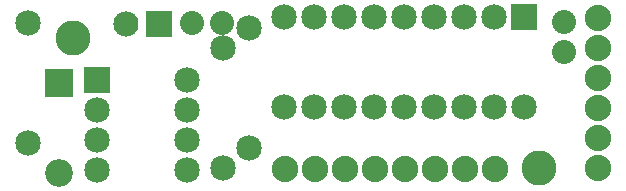
<source format=gts>
G04 MADE WITH FRITZING*
G04 WWW.FRITZING.ORG*
G04 DOUBLE SIDED*
G04 HOLES PLATED*
G04 CONTOUR ON CENTER OF CONTOUR VECTOR*
%ASAXBY*%
%FSLAX23Y23*%
%MOIN*%
%OFA0B0*%
%SFA1.0B1.0*%
%ADD10C,0.088000*%
%ADD11C,0.116299*%
%ADD12C,0.085000*%
%ADD13C,0.084000*%
%ADD14C,0.080000*%
%ADD15C,0.092000*%
%ADD16R,0.085000X0.085000*%
%ADD17R,0.092000X0.092000*%
%ADD18R,0.001000X0.001000*%
%LNMASK1*%
G90*
G70*
G54D10*
X927Y98D03*
X1027Y98D03*
X1127Y98D03*
X1227Y98D03*
X1327Y98D03*
X1427Y98D03*
X1527Y98D03*
X1627Y98D03*
X1969Y100D03*
X1969Y200D03*
X1969Y300D03*
X1969Y400D03*
X1969Y500D03*
X1969Y600D03*
G54D11*
X1774Y101D03*
X220Y535D03*
G54D12*
X299Y395D03*
X599Y395D03*
X299Y295D03*
X599Y295D03*
X299Y195D03*
X599Y195D03*
X299Y95D03*
X599Y95D03*
X1725Y604D03*
X1625Y604D03*
X1525Y604D03*
X1425Y604D03*
X1325Y604D03*
X1225Y604D03*
X1125Y604D03*
X1025Y604D03*
X925Y604D03*
X925Y304D03*
X1025Y304D03*
X1125Y304D03*
X1225Y304D03*
X1325Y304D03*
X1425Y304D03*
X1525Y304D03*
X1625Y304D03*
X1725Y304D03*
G54D13*
X507Y581D03*
X397Y581D03*
X507Y581D03*
X397Y581D03*
G54D14*
X1856Y487D03*
X1856Y587D03*
X716Y583D03*
X616Y583D03*
G54D12*
X806Y168D03*
X806Y568D03*
X721Y100D03*
X721Y500D03*
G54D15*
X173Y383D03*
X173Y85D03*
G54D12*
X69Y583D03*
X69Y183D03*
G54D16*
X299Y395D03*
X1725Y604D03*
G54D17*
X173Y384D03*
G54D18*
X465Y622D02*
X548Y622D01*
X465Y621D02*
X548Y621D01*
X465Y620D02*
X548Y620D01*
X465Y619D02*
X548Y619D01*
X465Y618D02*
X548Y618D01*
X465Y617D02*
X548Y617D01*
X465Y616D02*
X548Y616D01*
X465Y615D02*
X548Y615D01*
X465Y614D02*
X548Y614D01*
X465Y613D02*
X548Y613D01*
X465Y612D02*
X548Y612D01*
X465Y611D02*
X548Y611D01*
X465Y610D02*
X548Y610D01*
X465Y609D02*
X548Y609D01*
X465Y608D02*
X548Y608D01*
X465Y607D02*
X548Y607D01*
X465Y606D02*
X548Y606D01*
X465Y605D02*
X548Y605D01*
X465Y604D02*
X548Y604D01*
X465Y603D02*
X548Y603D01*
X465Y602D02*
X548Y602D01*
X465Y601D02*
X548Y601D01*
X465Y600D02*
X548Y600D01*
X465Y599D02*
X548Y599D01*
X465Y598D02*
X548Y598D01*
X465Y597D02*
X548Y597D01*
X465Y596D02*
X548Y596D01*
X465Y595D02*
X501Y595D01*
X512Y595D02*
X548Y595D01*
X465Y594D02*
X499Y594D01*
X514Y594D02*
X548Y594D01*
X465Y593D02*
X497Y593D01*
X516Y593D02*
X548Y593D01*
X465Y592D02*
X496Y592D01*
X517Y592D02*
X548Y592D01*
X465Y591D02*
X495Y591D01*
X518Y591D02*
X548Y591D01*
X465Y590D02*
X494Y590D01*
X519Y590D02*
X548Y590D01*
X465Y589D02*
X493Y589D01*
X520Y589D02*
X548Y589D01*
X465Y588D02*
X493Y588D01*
X520Y588D02*
X548Y588D01*
X465Y587D02*
X492Y587D01*
X521Y587D02*
X548Y587D01*
X465Y586D02*
X492Y586D01*
X521Y586D02*
X548Y586D01*
X465Y585D02*
X492Y585D01*
X521Y585D02*
X548Y585D01*
X465Y584D02*
X491Y584D01*
X522Y584D02*
X548Y584D01*
X465Y583D02*
X491Y583D01*
X522Y583D02*
X548Y583D01*
X465Y582D02*
X491Y582D01*
X522Y582D02*
X548Y582D01*
X465Y581D02*
X491Y581D01*
X522Y581D02*
X548Y581D01*
X465Y580D02*
X491Y580D01*
X522Y580D02*
X548Y580D01*
X465Y579D02*
X491Y579D01*
X522Y579D02*
X548Y579D01*
X465Y578D02*
X491Y578D01*
X522Y578D02*
X548Y578D01*
X465Y577D02*
X492Y577D01*
X522Y577D02*
X548Y577D01*
X465Y576D02*
X492Y576D01*
X521Y576D02*
X548Y576D01*
X465Y575D02*
X492Y575D01*
X521Y575D02*
X548Y575D01*
X465Y574D02*
X493Y574D01*
X520Y574D02*
X548Y574D01*
X465Y573D02*
X493Y573D01*
X520Y573D02*
X548Y573D01*
X465Y572D02*
X494Y572D01*
X519Y572D02*
X548Y572D01*
X465Y571D02*
X495Y571D01*
X518Y571D02*
X548Y571D01*
X465Y570D02*
X496Y570D01*
X517Y570D02*
X548Y570D01*
X465Y569D02*
X497Y569D01*
X516Y569D02*
X548Y569D01*
X465Y568D02*
X498Y568D01*
X515Y568D02*
X548Y568D01*
X465Y567D02*
X500Y567D01*
X513Y567D02*
X548Y567D01*
X465Y566D02*
X505Y566D01*
X508Y566D02*
X548Y566D01*
X465Y565D02*
X548Y565D01*
X465Y564D02*
X548Y564D01*
X465Y563D02*
X548Y563D01*
X465Y562D02*
X548Y562D01*
X465Y561D02*
X548Y561D01*
X465Y560D02*
X548Y560D01*
X465Y559D02*
X548Y559D01*
X465Y558D02*
X548Y558D01*
X465Y557D02*
X548Y557D01*
X465Y556D02*
X548Y556D01*
X465Y555D02*
X548Y555D01*
X465Y554D02*
X548Y554D01*
X465Y553D02*
X548Y553D01*
X465Y552D02*
X548Y552D01*
X465Y551D02*
X548Y551D01*
X465Y550D02*
X548Y550D01*
X465Y549D02*
X548Y549D01*
X465Y548D02*
X548Y548D01*
X465Y547D02*
X548Y547D01*
X465Y546D02*
X548Y546D01*
X465Y545D02*
X548Y545D01*
X465Y544D02*
X548Y544D01*
X465Y543D02*
X548Y543D01*
X465Y542D02*
X548Y542D01*
X465Y541D02*
X548Y541D01*
X465Y540D02*
X548Y540D01*
X465Y539D02*
X548Y539D01*
D02*
G04 End of Mask1*
M02*
</source>
